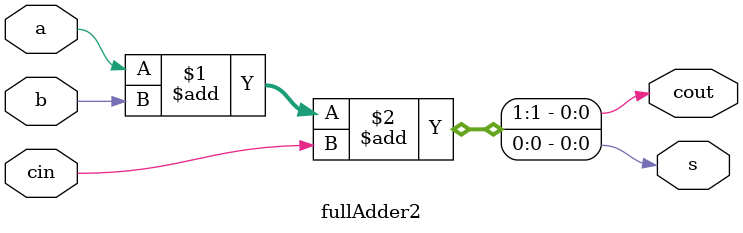
<source format=v>
`timescale 1ns / 1ns


module fullAdder2(
    output cout,
    output s,
    input a,
    input b,
    input cin
    );
    
    reg cout;
    reg s;
    assign {cout,s} = a + b + cin;

endmodule

</source>
